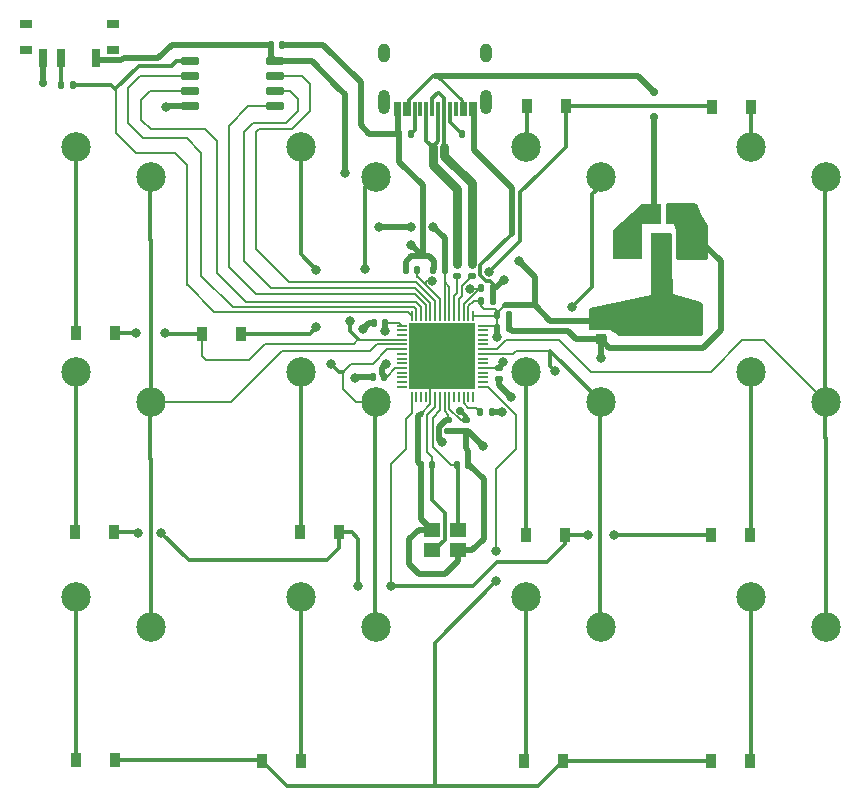
<source format=gbr>
%TF.GenerationSoftware,KiCad,Pcbnew,(6.0.10)*%
%TF.CreationDate,2023-01-10T16:59:13+01:00*%
%TF.ProjectId,rp2040_keyboard,72703230-3430-45f6-9b65-79626f617264,rev?*%
%TF.SameCoordinates,Original*%
%TF.FileFunction,Copper,L1,Top*%
%TF.FilePolarity,Positive*%
%FSLAX46Y46*%
G04 Gerber Fmt 4.6, Leading zero omitted, Abs format (unit mm)*
G04 Created by KiCad (PCBNEW (6.0.10)) date 2023-01-10 16:59:13*
%MOMM*%
%LPD*%
G01*
G04 APERTURE LIST*
G04 Aperture macros list*
%AMRoundRect*
0 Rectangle with rounded corners*
0 $1 Rounding radius*
0 $2 $3 $4 $5 $6 $7 $8 $9 X,Y pos of 4 corners*
0 Add a 4 corners polygon primitive as box body*
4,1,4,$2,$3,$4,$5,$6,$7,$8,$9,$2,$3,0*
0 Add four circle primitives for the rounded corners*
1,1,$1+$1,$2,$3*
1,1,$1+$1,$4,$5*
1,1,$1+$1,$6,$7*
1,1,$1+$1,$8,$9*
0 Add four rect primitives between the rounded corners*
20,1,$1+$1,$2,$3,$4,$5,0*
20,1,$1+$1,$4,$5,$6,$7,0*
20,1,$1+$1,$6,$7,$8,$9,0*
20,1,$1+$1,$8,$9,$2,$3,0*%
G04 Aperture macros list end*
%TA.AperFunction,ComponentPad*%
%ADD10C,2.500000*%
%TD*%
%TA.AperFunction,SMDPad,CuDef*%
%ADD11R,0.700000X1.500000*%
%TD*%
%TA.AperFunction,SMDPad,CuDef*%
%ADD12R,1.000000X0.800000*%
%TD*%
%TA.AperFunction,SMDPad,CuDef*%
%ADD13RoundRect,0.135000X0.185000X-0.135000X0.185000X0.135000X-0.185000X0.135000X-0.185000X-0.135000X0*%
%TD*%
%TA.AperFunction,SMDPad,CuDef*%
%ADD14R,0.900000X1.200000*%
%TD*%
%TA.AperFunction,SMDPad,CuDef*%
%ADD15RoundRect,0.140000X0.140000X0.170000X-0.140000X0.170000X-0.140000X-0.170000X0.140000X-0.170000X0*%
%TD*%
%TA.AperFunction,SMDPad,CuDef*%
%ADD16RoundRect,0.140000X0.170000X-0.140000X0.170000X0.140000X-0.170000X0.140000X-0.170000X-0.140000X0*%
%TD*%
%TA.AperFunction,SMDPad,CuDef*%
%ADD17RoundRect,0.225000X-0.225000X-0.250000X0.225000X-0.250000X0.225000X0.250000X-0.225000X0.250000X0*%
%TD*%
%TA.AperFunction,SMDPad,CuDef*%
%ADD18R,1.500000X2.000000*%
%TD*%
%TA.AperFunction,SMDPad,CuDef*%
%ADD19R,3.800000X2.000000*%
%TD*%
%TA.AperFunction,SMDPad,CuDef*%
%ADD20RoundRect,0.140000X-0.140000X-0.170000X0.140000X-0.170000X0.140000X0.170000X-0.140000X0.170000X0*%
%TD*%
%TA.AperFunction,SMDPad,CuDef*%
%ADD21RoundRect,0.135000X-0.135000X-0.185000X0.135000X-0.185000X0.135000X0.185000X-0.135000X0.185000X0*%
%TD*%
%TA.AperFunction,SMDPad,CuDef*%
%ADD22R,0.300000X1.150000*%
%TD*%
%TA.AperFunction,ComponentPad*%
%ADD23O,1.000000X2.100000*%
%TD*%
%TA.AperFunction,ComponentPad*%
%ADD24O,1.000000X1.600000*%
%TD*%
%TA.AperFunction,SMDPad,CuDef*%
%ADD25RoundRect,0.140000X-0.170000X0.140000X-0.170000X-0.140000X0.170000X-0.140000X0.170000X0.140000X0*%
%TD*%
%TA.AperFunction,SMDPad,CuDef*%
%ADD26RoundRect,0.135000X0.135000X0.185000X-0.135000X0.185000X-0.135000X-0.185000X0.135000X-0.185000X0*%
%TD*%
%TA.AperFunction,SMDPad,CuDef*%
%ADD27RoundRect,0.150000X-0.650000X-0.150000X0.650000X-0.150000X0.650000X0.150000X-0.650000X0.150000X0*%
%TD*%
%TA.AperFunction,SMDPad,CuDef*%
%ADD28RoundRect,0.225000X-0.250000X0.225000X-0.250000X-0.225000X0.250000X-0.225000X0.250000X0.225000X0*%
%TD*%
%TA.AperFunction,SMDPad,CuDef*%
%ADD29RoundRect,0.050000X-0.387500X-0.050000X0.387500X-0.050000X0.387500X0.050000X-0.387500X0.050000X0*%
%TD*%
%TA.AperFunction,SMDPad,CuDef*%
%ADD30RoundRect,0.050000X-0.050000X-0.387500X0.050000X-0.387500X0.050000X0.387500X-0.050000X0.387500X0*%
%TD*%
%TA.AperFunction,SMDPad,CuDef*%
%ADD31R,5.600000X5.600000*%
%TD*%
%TA.AperFunction,SMDPad,CuDef*%
%ADD32R,1.400000X1.200000*%
%TD*%
%TA.AperFunction,ViaPad*%
%ADD33C,0.700000*%
%TD*%
%TA.AperFunction,ViaPad*%
%ADD34C,0.800000*%
%TD*%
%TA.AperFunction,Conductor*%
%ADD35C,0.500000*%
%TD*%
%TA.AperFunction,Conductor*%
%ADD36C,0.300000*%
%TD*%
%TA.AperFunction,Conductor*%
%ADD37C,0.200000*%
%TD*%
%TA.AperFunction,Conductor*%
%ADD38C,0.250000*%
%TD*%
%TA.AperFunction,Conductor*%
%ADD39C,0.800000*%
%TD*%
G04 APERTURE END LIST*
D10*
%TO.P,SW1,1,1*%
%TO.N,/COL_0*%
X120396000Y-57150000D03*
%TO.P,SW1,2,2*%
%TO.N,Net-(D1-Pad2)*%
X114046000Y-54610000D03*
%TD*%
D11*
%TO.P,SW13,3,C*%
%TO.N,GND*%
X54138000Y-47091600D03*
%TO.P,SW13,2,B*%
%TO.N,/~{USB_BOOT}*%
X55638000Y-47091600D03*
%TO.P,SW13,1,A*%
%TO.N,+3V3*%
X58638000Y-47091600D03*
D12*
%TO.P,SW13,*%
%TO.N,*%
X52738000Y-44231600D03*
X60038000Y-46441600D03*
X52738000Y-46441600D03*
X60038000Y-44231600D03*
%TD*%
D13*
%TO.P,R1,1*%
%TO.N,Net-(R1-Pad1)*%
X89174000Y-65583000D03*
%TO.P,R1,2*%
%TO.N,/USB_D+*%
X89174000Y-64563000D03*
%TD*%
D14*
%TO.P,D2,2,A*%
%TO.N,Net-(D2-Pad2)*%
X95098600Y-51130200D03*
%TO.P,D2,1,K*%
%TO.N,/ROW_0*%
X98398600Y-51130200D03*
%TD*%
D15*
%TO.P,C12,1*%
%TO.N,/XIN*%
X87094000Y-81534000D03*
%TO.P,C12,2*%
%TO.N,GND*%
X86134000Y-81534000D03*
%TD*%
%TO.P,C1,1*%
%TO.N,+3V3*%
X88138000Y-65024000D03*
%TO.P,C1,2*%
%TO.N,GND*%
X87178000Y-65024000D03*
%TD*%
%TO.P,C5,1*%
%TO.N,+3V3*%
X83030000Y-74066400D03*
%TO.P,C5,2*%
%TO.N,GND*%
X82070000Y-74066400D03*
%TD*%
D16*
%TO.P,C8,1*%
%TO.N,GND*%
X89916000Y-78712000D03*
%TO.P,C8,2*%
%TO.N,+1V1*%
X89916000Y-77752000D03*
%TD*%
D17*
%TO.P,C14,1*%
%TO.N,VBUS*%
X105905000Y-60452000D03*
%TO.P,C14,2*%
%TO.N,GND*%
X107455000Y-60452000D03*
%TD*%
D18*
%TO.P,U2,1,GND*%
%TO.N,GND*%
X108726000Y-62890000D03*
%TO.P,U2,2,VO*%
%TO.N,+3V3*%
X106426000Y-62890000D03*
D19*
X106426000Y-69190000D03*
D18*
%TO.P,U2,3,VI*%
%TO.N,VBUS*%
X104126000Y-62890000D03*
%TD*%
D14*
%TO.P,D5,1,K*%
%TO.N,/ROW_1*%
X110719600Y-87503000D03*
%TO.P,D5,2,A*%
%TO.N,Net-(D5-Pad2)*%
X114019600Y-87503000D03*
%TD*%
%TO.P,D6,1,K*%
%TO.N,/ROW_1*%
X98297000Y-87503000D03*
%TO.P,D6,2,A*%
%TO.N,Net-(D6-Pad2)*%
X94997000Y-87503000D03*
%TD*%
%TO.P,D8,1,K*%
%TO.N,/ROW_1*%
X60171600Y-87223600D03*
%TO.P,D8,2,A*%
%TO.N,Net-(D8-Pad2)*%
X56871600Y-87223600D03*
%TD*%
D13*
%TO.P,R2,1*%
%TO.N,Net-(R2-Pad1)*%
X90424000Y-65583000D03*
%TO.P,R2,2*%
%TO.N,/USB_D-*%
X90424000Y-64563000D03*
%TD*%
D20*
%TO.P,C10,1*%
%TO.N,+1V1*%
X91242000Y-66576000D03*
%TO.P,C10,2*%
%TO.N,GND*%
X92202000Y-66576000D03*
%TD*%
D14*
%TO.P,D1,1,K*%
%TO.N,/ROW_0*%
X110795800Y-51231800D03*
%TO.P,D1,2,A*%
%TO.N,Net-(D1-Pad2)*%
X114095800Y-51231800D03*
%TD*%
D21*
%TO.P,R7,2*%
%TO.N,/QSPI_SS*%
X56669400Y-49403000D03*
%TO.P,R7,1*%
%TO.N,/~{USB_BOOT}*%
X55649400Y-49403000D03*
%TD*%
%TO.P,R4,2*%
%TO.N,GND*%
X90629200Y-53492400D03*
%TO.P,R4,1*%
%TO.N,Net-(J1-PadA5)*%
X89609200Y-53492400D03*
%TD*%
D22*
%TO.P,J1,A1,GND*%
%TO.N,GND*%
X90700000Y-51396600D03*
%TO.P,J1,A4,VBUS*%
%TO.N,VBUS*%
X89900000Y-51396600D03*
%TO.P,J1,A5,CC1*%
%TO.N,Net-(J1-PadA5)*%
X88600000Y-51396600D03*
%TO.P,J1,A6,D+*%
%TO.N,/USB_D+*%
X87600000Y-51396600D03*
%TO.P,J1,A7,D-*%
%TO.N,/USB_D-*%
X87100000Y-51396600D03*
%TO.P,J1,A8,SBU1*%
%TO.N,unconnected-(J1-PadA8)*%
X86100000Y-51396600D03*
%TO.P,J1,A9,VBUS*%
%TO.N,VBUS*%
X84800000Y-51396600D03*
%TO.P,J1,A12,GND*%
%TO.N,GND*%
X84000000Y-51396600D03*
%TO.P,J1,B1,GND*%
X84300000Y-51396600D03*
%TO.P,J1,B4,VBUS*%
%TO.N,VBUS*%
X85100000Y-51396600D03*
%TO.P,J1,B5,CC2*%
%TO.N,Net-(J1-PadB5)*%
X85600000Y-51396600D03*
%TO.P,J1,B6,D+*%
%TO.N,/USB_D+*%
X86600000Y-51396600D03*
%TO.P,J1,B7,D-*%
%TO.N,/USB_D-*%
X88100000Y-51396600D03*
%TO.P,J1,B8,SBU2*%
%TO.N,unconnected-(J1-PadB8)*%
X89100000Y-51396600D03*
%TO.P,J1,B9,VBUS*%
%TO.N,VBUS*%
X89600000Y-51396600D03*
%TO.P,J1,B12,GND*%
%TO.N,GND*%
X90400000Y-51396600D03*
D23*
%TO.P,J1,S1,SHIELD*%
%TO.N,unconnected-(J1-PadS1)*%
X91670000Y-50831600D03*
D24*
X83030000Y-46651600D03*
D23*
X83030000Y-50831600D03*
D24*
X91670000Y-46651600D03*
%TD*%
D25*
%TO.P,C4,1*%
%TO.N,+3V3*%
X92710000Y-73332400D03*
%TO.P,C4,2*%
%TO.N,GND*%
X92710000Y-74292400D03*
%TD*%
D20*
%TO.P,C16,1*%
%TO.N,+3V3*%
X73434000Y-45974000D03*
%TO.P,C16,2*%
%TO.N,GND*%
X74394000Y-45974000D03*
%TD*%
%TO.P,C11,2*%
%TO.N,GND*%
X92202000Y-67668200D03*
%TO.P,C11,1*%
%TO.N,+3V3*%
X91242000Y-67668200D03*
%TD*%
%TO.P,C3,1*%
%TO.N,+3V3*%
X92611000Y-69951600D03*
%TO.P,C3,2*%
%TO.N,GND*%
X93571000Y-69951600D03*
%TD*%
D14*
%TO.P,D10,1,K*%
%TO.N,/ROW_2*%
X98195400Y-106603800D03*
%TO.P,D10,2,A*%
%TO.N,Net-(D10-Pad2)*%
X94895400Y-106603800D03*
%TD*%
D25*
%TO.P,C2,2*%
%TO.N,GND*%
X88468200Y-78712000D03*
%TO.P,C2,1*%
%TO.N,+3V3*%
X88468200Y-77752000D03*
%TD*%
D26*
%TO.P,R5,2*%
%TO.N,GND*%
X84275200Y-53492400D03*
%TO.P,R5,1*%
%TO.N,Net-(J1-PadB5)*%
X85295200Y-53492400D03*
%TD*%
D14*
%TO.P,D12,1,K*%
%TO.N,/ROW_2*%
X60197000Y-106527600D03*
%TO.P,D12,2,A*%
%TO.N,Net-(D12-Pad2)*%
X56897000Y-106527600D03*
%TD*%
D27*
%TO.P,U3,1,~{CS}*%
%TO.N,/QSPI_SS*%
X66600000Y-47395000D03*
%TO.P,U3,2,DO(IO1)*%
%TO.N,/QSPI_SD1*%
X66600000Y-48665000D03*
%TO.P,U3,3,IO2*%
%TO.N,/QSPI_SD2*%
X66600000Y-49935000D03*
%TO.P,U3,4,GND*%
%TO.N,GND*%
X66600000Y-51205000D03*
%TO.P,U3,5,DI(IO0)*%
%TO.N,/QSPI_SD0*%
X73800000Y-51205000D03*
%TO.P,U3,6,CLK*%
%TO.N,/QSPI_SCLK*%
X73800000Y-49935000D03*
%TO.P,U3,7,IO3*%
%TO.N,/QSPI_SD3*%
X73800000Y-48665000D03*
%TO.P,U3,8,VCC*%
%TO.N,+3V3*%
X73800000Y-47395000D03*
%TD*%
D20*
%TO.P,C13,1*%
%TO.N,/XOUT*%
X89182000Y-81534000D03*
%TO.P,C13,2*%
%TO.N,GND*%
X90142000Y-81534000D03*
%TD*%
D14*
%TO.P,D4,1,K*%
%TO.N,/ROW_0*%
X60222400Y-70383400D03*
%TO.P,D4,2,A*%
%TO.N,Net-(D4-Pad2)*%
X56922400Y-70383400D03*
%TD*%
D28*
%TO.P,C15,1*%
%TO.N,+3V3*%
X101346000Y-69329000D03*
%TO.P,C15,2*%
%TO.N,GND*%
X101346000Y-70879000D03*
%TD*%
D29*
%TO.P,U1,1,IOVDD*%
%TO.N,+3V3*%
X84512500Y-69748000D03*
%TO.P,U1,2,GPIO0*%
%TO.N,unconnected-(U1-Pad2)*%
X84512500Y-70148000D03*
%TO.P,U1,3,GPIO1*%
%TO.N,unconnected-(U1-Pad3)*%
X84512500Y-70548000D03*
%TO.P,U1,4,GPIO2*%
%TO.N,/ROW_0*%
X84512500Y-70948000D03*
%TO.P,U1,5,GPIO3*%
%TO.N,/COL_3*%
X84512500Y-71348000D03*
%TO.P,U1,6,GPIO4*%
%TO.N,/COL_2*%
X84512500Y-71748000D03*
%TO.P,U1,7,GPIO5*%
%TO.N,unconnected-(U1-Pad7)*%
X84512500Y-72148000D03*
%TO.P,U1,8,GPIO6*%
%TO.N,unconnected-(U1-Pad8)*%
X84512500Y-72548000D03*
%TO.P,U1,9,GPIO7*%
%TO.N,unconnected-(U1-Pad9)*%
X84512500Y-72948000D03*
%TO.P,U1,10,IOVDD*%
%TO.N,+3V3*%
X84512500Y-73348000D03*
%TO.P,U1,11,GPIO8*%
%TO.N,unconnected-(U1-Pad11)*%
X84512500Y-73748000D03*
%TO.P,U1,12,GPIO9*%
%TO.N,unconnected-(U1-Pad12)*%
X84512500Y-74148000D03*
%TO.P,U1,13,GPIO10*%
%TO.N,unconnected-(U1-Pad13)*%
X84512500Y-74548000D03*
%TO.P,U1,14,GPIO11*%
%TO.N,unconnected-(U1-Pad14)*%
X84512500Y-74948000D03*
D30*
%TO.P,U1,15,GPIO12*%
%TO.N,/ROW_1*%
X85350000Y-75785500D03*
%TO.P,U1,16,GPIO13*%
%TO.N,unconnected-(U1-Pad16)*%
X85750000Y-75785500D03*
%TO.P,U1,17,GPIO14*%
%TO.N,unconnected-(U1-Pad17)*%
X86150000Y-75785500D03*
%TO.P,U1,18,GPIO15*%
%TO.N,unconnected-(U1-Pad18)*%
X86550000Y-75785500D03*
%TO.P,U1,19,TESTEN*%
%TO.N,GND*%
X86950000Y-75785500D03*
%TO.P,U1,20,XIN*%
%TO.N,/XIN*%
X87350000Y-75785500D03*
%TO.P,U1,21,XOUT*%
%TO.N,/XOUT*%
X87750000Y-75785500D03*
%TO.P,U1,22,IOVDD*%
%TO.N,+3V3*%
X88150000Y-75785500D03*
%TO.P,U1,23,DVDD*%
%TO.N,+1V1*%
X88550000Y-75785500D03*
%TO.P,U1,24,SWCLK*%
%TO.N,unconnected-(U1-Pad24)*%
X88950000Y-75785500D03*
%TO.P,U1,25,SWD*%
%TO.N,unconnected-(U1-Pad25)*%
X89350000Y-75785500D03*
%TO.P,U1,26,RUN*%
%TO.N,Net-(R3-Pad2)*%
X89750000Y-75785500D03*
%TO.P,U1,27,GPIO16*%
%TO.N,unconnected-(U1-Pad27)*%
X90150000Y-75785500D03*
%TO.P,U1,28,GPIO17*%
%TO.N,unconnected-(U1-Pad28)*%
X90550000Y-75785500D03*
D29*
%TO.P,U1,29,GPIO18*%
%TO.N,/ROW_2*%
X91387500Y-74948000D03*
%TO.P,U1,30,GPIO19*%
%TO.N,unconnected-(U1-Pad30)*%
X91387500Y-74548000D03*
%TO.P,U1,31,GPIO20*%
%TO.N,unconnected-(U1-Pad31)*%
X91387500Y-74148000D03*
%TO.P,U1,32,GPIO21*%
%TO.N,unconnected-(U1-Pad32)*%
X91387500Y-73748000D03*
%TO.P,U1,33,IOVDD*%
%TO.N,+3V3*%
X91387500Y-73348000D03*
%TO.P,U1,34,GPIO22*%
%TO.N,unconnected-(U1-Pad34)*%
X91387500Y-72948000D03*
%TO.P,U1,35,GPIO23*%
%TO.N,unconnected-(U1-Pad35)*%
X91387500Y-72548000D03*
%TO.P,U1,36,GPIO24*%
%TO.N,/COL_1*%
X91387500Y-72148000D03*
%TO.P,U1,37,GPIO25*%
%TO.N,/COL_0*%
X91387500Y-71748000D03*
%TO.P,U1,38,GPIO26_ADC0*%
%TO.N,unconnected-(U1-Pad38)*%
X91387500Y-71348000D03*
%TO.P,U1,39,GPIO27_ADC1*%
%TO.N,unconnected-(U1-Pad39)*%
X91387500Y-70948000D03*
%TO.P,U1,40,GPIO28_ADC2*%
%TO.N,unconnected-(U1-Pad40)*%
X91387500Y-70548000D03*
%TO.P,U1,41,GPIO29_ADC3*%
%TO.N,unconnected-(U1-Pad41)*%
X91387500Y-70148000D03*
%TO.P,U1,42,IOVDD*%
%TO.N,+3V3*%
X91387500Y-69748000D03*
D30*
%TO.P,U1,43,ADC_AVDD*%
X90550000Y-68910500D03*
%TO.P,U1,44,VREG_IN*%
X90150000Y-68910500D03*
%TO.P,U1,45,VREG_VOUT*%
%TO.N,+1V1*%
X89750000Y-68910500D03*
%TO.P,U1,46,USB_DM*%
%TO.N,Net-(R2-Pad1)*%
X89350000Y-68910500D03*
%TO.P,U1,47,USB_DP*%
%TO.N,Net-(R1-Pad1)*%
X88950000Y-68910500D03*
%TO.P,U1,48,USB_VDD*%
%TO.N,+3V3*%
X88550000Y-68910500D03*
%TO.P,U1,49,IOVDD*%
X88150000Y-68910500D03*
%TO.P,U1,50,DVDD*%
%TO.N,+1V1*%
X87750000Y-68910500D03*
%TO.P,U1,51,QSPI_SD3*%
%TO.N,/QSPI_SD3*%
X87350000Y-68910500D03*
%TO.P,U1,52,QSPI_SCLK*%
%TO.N,/QSPI_SCLK*%
X86950000Y-68910500D03*
%TO.P,U1,53,QSPI_SD0*%
%TO.N,/QSPI_SD0*%
X86550000Y-68910500D03*
%TO.P,U1,54,QSPI_SD2*%
%TO.N,/QSPI_SD2*%
X86150000Y-68910500D03*
%TO.P,U1,55,QSPI_SD1*%
%TO.N,/QSPI_SD1*%
X85750000Y-68910500D03*
%TO.P,U1,56,QSPI_SS*%
%TO.N,/QSPI_SS*%
X85350000Y-68910500D03*
D31*
%TO.P,U1,57,GND*%
%TO.N,GND*%
X87950000Y-72348000D03*
%TD*%
D15*
%TO.P,C9,1*%
%TO.N,+1V1*%
X85824000Y-65024000D03*
%TO.P,C9,2*%
%TO.N,GND*%
X84864000Y-65024000D03*
%TD*%
D26*
%TO.P,R3,1*%
%TO.N,+3V3*%
X92176600Y-77089000D03*
%TO.P,R3,2*%
%TO.N,Net-(R3-Pad2)*%
X91156600Y-77089000D03*
%TD*%
D20*
%TO.P,C7,1*%
%TO.N,+3V3*%
X92611000Y-68884800D03*
%TO.P,C7,2*%
%TO.N,GND*%
X93571000Y-68884800D03*
%TD*%
D14*
%TO.P,D9,1,K*%
%TO.N,/ROW_2*%
X110719600Y-106603800D03*
%TO.P,D9,2,A*%
%TO.N,Net-(D9-Pad2)*%
X114019600Y-106603800D03*
%TD*%
%TO.P,D11,1,K*%
%TO.N,/ROW_2*%
X72670400Y-106603800D03*
%TO.P,D11,2,A*%
%TO.N,Net-(D11-Pad2)*%
X75970400Y-106603800D03*
%TD*%
D15*
%TO.P,C6,1*%
%TO.N,+3V3*%
X83131600Y-69494400D03*
%TO.P,C6,2*%
%TO.N,GND*%
X82171600Y-69494400D03*
%TD*%
D14*
%TO.P,D3,1,K*%
%TO.N,/ROW_0*%
X67641200Y-70434200D03*
%TO.P,D3,2,A*%
%TO.N,Net-(D3-Pad2)*%
X70941200Y-70434200D03*
%TD*%
%TO.P,D7,1,K*%
%TO.N,/ROW_1*%
X79196200Y-87249000D03*
%TO.P,D7,2,A*%
%TO.N,Net-(D7-Pad2)*%
X75896200Y-87249000D03*
%TD*%
D32*
%TO.P,Y1,1,1*%
%TO.N,/XIN*%
X87038000Y-88734000D03*
%TO.P,Y1,2,2*%
%TO.N,GND*%
X89238000Y-88734000D03*
%TO.P,Y1,3,3*%
%TO.N,/XOUT*%
X89238000Y-87034000D03*
%TO.P,Y1,4,4*%
%TO.N,GND*%
X87038000Y-87034000D03*
%TD*%
D10*
%TO.P,SW7,1,1*%
%TO.N,/COL_2*%
X82296000Y-76200000D03*
%TO.P,SW7,2,2*%
%TO.N,Net-(D7-Pad2)*%
X75946000Y-73660000D03*
%TD*%
%TO.P,SW5,1,1*%
%TO.N,/COL_0*%
X120396000Y-76200000D03*
%TO.P,SW5,2,2*%
%TO.N,Net-(D5-Pad2)*%
X114046000Y-73660000D03*
%TD*%
%TO.P,SW2,1,1*%
%TO.N,/COL_1*%
X101346000Y-57150000D03*
%TO.P,SW2,2,2*%
%TO.N,Net-(D2-Pad2)*%
X94996000Y-54610000D03*
%TD*%
%TO.P,SW6,1,1*%
%TO.N,/COL_1*%
X101346000Y-76200000D03*
%TO.P,SW6,2,2*%
%TO.N,Net-(D6-Pad2)*%
X94996000Y-73660000D03*
%TD*%
%TO.P,SW10,1,1*%
%TO.N,/COL_1*%
X101346000Y-95250000D03*
%TO.P,SW10,2,2*%
%TO.N,Net-(D10-Pad2)*%
X94996000Y-92710000D03*
%TD*%
%TO.P,SW8,1,1*%
%TO.N,/COL_3*%
X63246000Y-76200000D03*
%TO.P,SW8,2,2*%
%TO.N,Net-(D8-Pad2)*%
X56896000Y-73660000D03*
%TD*%
%TO.P,SW11,1,1*%
%TO.N,/COL_2*%
X82296000Y-95250000D03*
%TO.P,SW11,2,2*%
%TO.N,Net-(D11-Pad2)*%
X75946000Y-92710000D03*
%TD*%
%TO.P,SW9,1,1*%
%TO.N,/COL_0*%
X120396000Y-95250000D03*
%TO.P,SW9,2,2*%
%TO.N,Net-(D9-Pad2)*%
X114046000Y-92710000D03*
%TD*%
%TO.P,SW12,1,1*%
%TO.N,/COL_3*%
X63246000Y-95250000D03*
%TO.P,SW12,2,2*%
%TO.N,Net-(D12-Pad2)*%
X56896000Y-92710000D03*
%TD*%
%TO.P,SW4,2,2*%
%TO.N,Net-(D4-Pad2)*%
X56896000Y-54610000D03*
%TO.P,SW4,1,1*%
%TO.N,/COL_3*%
X63246000Y-57150000D03*
%TD*%
%TO.P,SW3,1,1*%
%TO.N,/COL_2*%
X82296000Y-57150000D03*
%TO.P,SW3,2,2*%
%TO.N,Net-(D3-Pad2)*%
X75946000Y-54610000D03*
%TD*%
D33*
%TO.N,GND*%
X109880400Y-61366400D03*
%TO.N,VBUS*%
X105892600Y-52070000D03*
X105892600Y-49936400D03*
%TO.N,GND*%
X108850000Y-61000000D03*
X108850000Y-60000000D03*
X54152800Y-49174400D03*
D34*
%TO.N,+3V3*%
X85318600Y-61366400D03*
X82550000Y-61366400D03*
X83159600Y-72974200D03*
X92990756Y-77089000D03*
X83108800Y-70248500D03*
X79679800Y-56870600D03*
X93116400Y-72847500D03*
X87172800Y-61366400D03*
X94462600Y-64312800D03*
X87909400Y-79629000D03*
X92596378Y-70726978D03*
%TO.N,GND*%
X93751400Y-75793600D03*
X81203800Y-70002400D03*
X101371400Y-72466200D03*
X64566800Y-51231800D03*
X91363800Y-79959200D03*
X80518000Y-74168000D03*
X85318600Y-62915800D03*
X93141800Y-65887600D03*
%TO.N,+1V1*%
X87045800Y-65989200D03*
X90324678Y-66671566D03*
D33*
X89456625Y-76963957D03*
D34*
%TO.N,/ROW_0*%
X80173700Y-69346129D03*
X62052200Y-70383400D03*
X91922600Y-65201800D03*
X64465200Y-70383400D03*
%TO.N,Net-(D3-Pad2)*%
X77292200Y-65074800D03*
X77292200Y-69875400D03*
%TO.N,/ROW_1*%
X83591400Y-91770200D03*
X62217300Y-87287100D03*
X100253800Y-87503000D03*
X80797400Y-91770200D03*
X64160400Y-87299800D03*
X102489000Y-87503000D03*
%TO.N,/ROW_2*%
X92506800Y-88874600D03*
X92506800Y-91389200D03*
%TO.N,/COL_1*%
X97485200Y-73634600D03*
X98907600Y-68173600D03*
%TO.N,/COL_2*%
X78486000Y-72974200D03*
X81432400Y-64947800D03*
%TD*%
D35*
%TO.N,VBUS*%
X105892600Y-60439600D02*
X105905000Y-60452000D01*
X104546400Y-48590200D02*
X105892600Y-49936400D01*
X105892600Y-52070000D02*
X105892600Y-60439600D01*
X87350600Y-48590200D02*
X104546400Y-48590200D01*
D36*
%TO.N,GND*%
X92202000Y-66205800D02*
X92202000Y-66576000D01*
X91948000Y-65951800D02*
X92202000Y-66205800D01*
X91172600Y-65512461D02*
X91611939Y-65951800D01*
X91611939Y-65951800D02*
X91948000Y-65951800D01*
X93853000Y-61976000D02*
X91172600Y-64656400D01*
X91172600Y-64656400D02*
X91172600Y-65512461D01*
D35*
X92202000Y-67668200D02*
X92202000Y-66576000D01*
X92453400Y-66576000D02*
X93141800Y-65887600D01*
X92202000Y-66576000D02*
X92453400Y-66576000D01*
D37*
%TO.N,/COL_1*%
X93942600Y-72148000D02*
X91387500Y-72148000D01*
X94208600Y-71882000D02*
X93942600Y-72148000D01*
X97028000Y-71882000D02*
X94208600Y-71882000D01*
D36*
X97028000Y-73177400D02*
X97485200Y-73634600D01*
X97028000Y-71882000D02*
X97028000Y-73177400D01*
X97104200Y-71882000D02*
X101346000Y-76123800D01*
X97028000Y-71882000D02*
X97104200Y-71882000D01*
D37*
X101346000Y-76123800D02*
X101346000Y-76200000D01*
D35*
%TO.N,GND*%
X66600000Y-51205000D02*
X64593600Y-51205000D01*
X64593600Y-51205000D02*
X64566800Y-51231800D01*
X85877400Y-77444600D02*
X86106000Y-77216000D01*
X85877400Y-81277400D02*
X85877400Y-77444600D01*
X86134000Y-81534000D02*
X85877400Y-81277400D01*
X80619600Y-74066400D02*
X80518000Y-74168000D01*
X82070000Y-74066400D02*
X80619600Y-74066400D01*
%TO.N,+3V3*%
X82829400Y-73865800D02*
X83030000Y-74066400D01*
X82829400Y-73304400D02*
X82829400Y-73865800D01*
X83159600Y-72974200D02*
X82829400Y-73304400D01*
X83131600Y-70225700D02*
X83108800Y-70248500D01*
X83131600Y-69494400D02*
X83131600Y-70225700D01*
D37*
X84258900Y-69494400D02*
X83131600Y-69494400D01*
X84512500Y-69748000D02*
X84258900Y-69494400D01*
D35*
%TO.N,GND*%
X82171600Y-69494400D02*
X81711800Y-69494400D01*
X81711800Y-69494400D02*
X81203800Y-70002400D01*
X93571000Y-68884800D02*
X93571000Y-69951600D01*
X92710000Y-74752200D02*
X93751400Y-75793600D01*
X92710000Y-74292400D02*
X92710000Y-74752200D01*
D36*
%TO.N,+1V1*%
X89916000Y-77423332D02*
X89916000Y-77752000D01*
X89456625Y-76963957D02*
X89916000Y-77423332D01*
D37*
X88550000Y-76789800D02*
X89512200Y-77752000D01*
X89512200Y-77752000D02*
X89916000Y-77752000D01*
X88550000Y-75785500D02*
X88550000Y-76789800D01*
D35*
%TO.N,+3V3*%
X87708200Y-79427800D02*
X87909400Y-79629000D01*
X88283814Y-77752000D02*
X87708200Y-78327614D01*
X87708200Y-78327614D02*
X87708200Y-79427800D01*
X88468200Y-77752000D02*
X88283814Y-77752000D01*
D37*
X88150000Y-76974000D02*
X88150000Y-75785500D01*
X88468200Y-77292200D02*
X88150000Y-76974000D01*
X88468200Y-77752000D02*
X88468200Y-77292200D01*
D35*
%TO.N,GND*%
X90116600Y-78712000D02*
X91363800Y-79959200D01*
X89916000Y-78712000D02*
X90116600Y-78712000D01*
X90142000Y-80363000D02*
X90142000Y-81534000D01*
X89916000Y-80137000D02*
X90142000Y-80363000D01*
X89916000Y-78712000D02*
X89916000Y-80137000D01*
X88646000Y-78712000D02*
X89916000Y-78712000D01*
X91440000Y-82727800D02*
X90246200Y-81534000D01*
X91440000Y-87782400D02*
X91440000Y-82727800D01*
X90246200Y-81534000D02*
X90142000Y-81534000D01*
X90488400Y-88734000D02*
X91440000Y-87782400D01*
X89238000Y-88734000D02*
X90488400Y-88734000D01*
X89238000Y-89679600D02*
X89238000Y-88734000D01*
X85953600Y-90754200D02*
X88163400Y-90754200D01*
X85140800Y-89941400D02*
X85953600Y-90754200D01*
X85140800Y-87858600D02*
X85140800Y-89941400D01*
X85965400Y-87034000D02*
X85140800Y-87858600D01*
X87038000Y-87034000D02*
X85965400Y-87034000D01*
X88163400Y-90754200D02*
X89238000Y-89679600D01*
X86134000Y-86130000D02*
X87038000Y-87034000D01*
X86134000Y-81534000D02*
X86134000Y-86130000D01*
X93853000Y-58140600D02*
X93853000Y-58572400D01*
X90629200Y-54916800D02*
X93853000Y-58140600D01*
X90629200Y-53492400D02*
X90629200Y-54916800D01*
X90629200Y-53492400D02*
X90629200Y-51467400D01*
X86283800Y-57886600D02*
X86283800Y-63881000D01*
X84275200Y-55878000D02*
X86283800Y-57886600D01*
X84275200Y-53492400D02*
X84275200Y-55878000D01*
X84275200Y-53492400D02*
X84200000Y-53417200D01*
X84200000Y-53417200D02*
X84200000Y-51396600D01*
X81762600Y-53492400D02*
X84275200Y-53492400D01*
X81026000Y-52755800D02*
X81762600Y-53492400D01*
X81026000Y-49123600D02*
X81026000Y-52755800D01*
X77876400Y-45974000D02*
X81026000Y-49123600D01*
X74394000Y-45974000D02*
X77876400Y-45974000D01*
D36*
%TO.N,/~{USB_BOOT}*%
X55638000Y-49391600D02*
X55649400Y-49403000D01*
X55638000Y-47091600D02*
X55638000Y-49391600D01*
%TO.N,/QSPI_SS*%
X56694800Y-49377600D02*
X56669400Y-49403000D01*
X59918600Y-49377600D02*
X56694800Y-49377600D01*
X60274200Y-49733200D02*
X59918600Y-49377600D01*
X65381000Y-47395000D02*
X66600000Y-47395000D01*
X65024000Y-47752000D02*
X65381000Y-47395000D01*
X62255400Y-47752000D02*
X65024000Y-47752000D01*
X60274200Y-49733200D02*
X62255400Y-47752000D01*
D37*
X65278000Y-55118000D02*
X66294000Y-56134000D01*
X61976000Y-55118000D02*
X65278000Y-55118000D01*
X60299600Y-53441600D02*
X61976000Y-55118000D01*
X60299600Y-49758600D02*
X60299600Y-53441600D01*
X66294000Y-56134000D02*
X66294000Y-66294000D01*
X60274200Y-49733200D02*
X60299600Y-49758600D01*
D35*
%TO.N,+3V3*%
X65024000Y-45974000D02*
X73434000Y-45974000D01*
X63906400Y-47091600D02*
X65024000Y-45974000D01*
X60988000Y-47091600D02*
X63906400Y-47091600D01*
X60788000Y-47291600D02*
X60988000Y-47091600D01*
X58838000Y-47291600D02*
X60788000Y-47291600D01*
X58638000Y-47091600D02*
X58838000Y-47291600D01*
%TO.N,GND*%
X54138000Y-49159600D02*
X54138000Y-47091600D01*
X54152800Y-49174400D02*
X54138000Y-49159600D01*
D36*
X84275200Y-51421400D02*
X84300000Y-51396600D01*
%TO.N,Net-(J1-PadB5)*%
X85600000Y-53187600D02*
X85295200Y-53492400D01*
X85600000Y-51396600D02*
X85600000Y-53187600D01*
%TO.N,/USB_D-*%
X88100000Y-51396600D02*
X88100000Y-54572000D01*
X88100000Y-50471600D02*
X88100000Y-51396600D01*
X87666400Y-50038000D02*
X88100000Y-50471600D01*
X87100000Y-50517200D02*
X87579200Y-50038000D01*
X87100000Y-51396600D02*
X87100000Y-50517200D01*
X87579200Y-50038000D02*
X87666400Y-50038000D01*
%TO.N,/USB_D+*%
X87600000Y-54132000D02*
X87600000Y-51396600D01*
X87122000Y-54610000D02*
X87600000Y-54132000D01*
X87122000Y-54610000D02*
X86600000Y-54088000D01*
X86600000Y-54088000D02*
X86600000Y-51396600D01*
%TO.N,GND*%
X90700000Y-51396600D02*
X90629200Y-51467400D01*
D35*
X93853000Y-58572400D02*
X93853000Y-61976000D01*
D38*
X90400000Y-51396600D02*
X90700000Y-51396600D01*
D36*
%TO.N,Net-(J1-PadA5)*%
X88600000Y-52483200D02*
X88600000Y-51396600D01*
X89609200Y-53492400D02*
X88600000Y-52483200D01*
%TO.N,VBUS*%
X87182800Y-48590200D02*
X87350600Y-48590200D01*
X85100000Y-50673000D02*
X87182800Y-48590200D01*
D38*
X87503000Y-48590200D02*
X87350600Y-48590200D01*
X89600000Y-50687200D02*
X87503000Y-48590200D01*
X89600000Y-51396600D02*
X89600000Y-50687200D01*
X89600000Y-51396600D02*
X89900000Y-51396600D01*
D36*
X85100000Y-50673000D02*
X85100000Y-51396600D01*
X84800000Y-51396600D02*
X85100000Y-51396600D01*
D38*
%TO.N,GND*%
X84300000Y-51396600D02*
X84000000Y-51396600D01*
D35*
%TO.N,+3V3*%
X73434000Y-47029000D02*
X73800000Y-47395000D01*
X73434000Y-45974000D02*
X73434000Y-47029000D01*
D36*
%TO.N,/ROW_2*%
X87299800Y-108737400D02*
X96062800Y-108737400D01*
X96062800Y-108737400D02*
X98195400Y-106604800D01*
X87299800Y-108737400D02*
X87299800Y-96596200D01*
X74803000Y-108737400D02*
X87299800Y-108737400D01*
X72670400Y-106604800D02*
X74803000Y-108737400D01*
D37*
%TO.N,+3V3*%
X92611000Y-68884800D02*
X92611000Y-68557200D01*
D35*
X97065800Y-69329000D02*
X95783400Y-68046600D01*
X92596378Y-69966222D02*
X92611000Y-69951600D01*
D37*
X88550000Y-68910500D02*
X88550000Y-66452000D01*
D35*
X88138000Y-62331600D02*
X88138000Y-65024000D01*
X106426000Y-69190000D02*
X101485000Y-69190000D01*
D37*
X91387500Y-69748000D02*
X92407400Y-69748000D01*
X92694400Y-73348000D02*
X92710000Y-73332400D01*
D35*
X79679800Y-50139600D02*
X79679800Y-56870600D01*
D37*
X92430600Y-68376800D02*
X91490800Y-68376800D01*
X88150000Y-65036000D02*
X88138000Y-65024000D01*
X92611000Y-68653600D02*
X93218000Y-68046600D01*
D35*
X87172800Y-61366400D02*
X88138000Y-62331600D01*
D37*
X90150000Y-68910500D02*
X90150000Y-68117400D01*
X88150000Y-66052000D02*
X88150000Y-65036000D01*
X90550000Y-68910500D02*
X92585300Y-68910500D01*
D35*
X82550000Y-61366400D02*
X85318600Y-61366400D01*
D37*
X92611000Y-68884800D02*
X92611000Y-69951600D01*
X92407400Y-69748000D02*
X92611000Y-69951600D01*
X83261200Y-74066400D02*
X83030000Y-74066400D01*
D35*
X101346000Y-69329000D02*
X97065800Y-69329000D01*
D37*
X90599200Y-67668200D02*
X91242000Y-67668200D01*
D35*
X79222600Y-49682400D02*
X79679800Y-50139600D01*
D37*
X88550000Y-66452000D02*
X88150000Y-66052000D01*
D35*
X94462600Y-64312800D02*
X95783400Y-65633600D01*
X92596378Y-70726978D02*
X92596378Y-69966222D01*
D37*
X92585300Y-68910500D02*
X92611000Y-68884800D01*
D35*
X93116400Y-72847500D02*
X93116400Y-72926000D01*
D37*
X91490800Y-68376800D02*
X91242000Y-68128000D01*
D35*
X73800000Y-47395000D02*
X76935200Y-47395000D01*
X95783400Y-68046600D02*
X93218000Y-68046600D01*
X76935200Y-47395000D02*
X79222600Y-49682400D01*
D37*
X91242000Y-68128000D02*
X91242000Y-67668200D01*
X90150000Y-68117400D02*
X90599200Y-67668200D01*
X88150000Y-68910500D02*
X88150000Y-66052000D01*
D35*
X106426000Y-62890000D02*
X106426000Y-69190000D01*
X101485000Y-69190000D02*
X101346000Y-69329000D01*
D37*
X83030000Y-73103800D02*
X83159600Y-72974200D01*
X83979600Y-73348000D02*
X83261200Y-74066400D01*
X92611000Y-68884800D02*
X92611000Y-68653600D01*
D35*
X95783400Y-65633600D02*
X95783400Y-68046600D01*
X92990756Y-77089000D02*
X92176600Y-77089000D01*
D37*
X91387500Y-73348000D02*
X92694400Y-73348000D01*
X84512500Y-73348000D02*
X83979600Y-73348000D01*
D35*
X93116400Y-72926000D02*
X92710000Y-73332400D01*
D37*
X92611000Y-68557200D02*
X92430600Y-68376800D01*
D35*
%TO.N,GND*%
X85318600Y-63881000D02*
X86283800Y-63881000D01*
D37*
X86950000Y-75785500D02*
X86950000Y-73348000D01*
D35*
X101346000Y-70879000D02*
X101346000Y-72440800D01*
X87249000Y-64312800D02*
X87249000Y-64953000D01*
X110134000Y-62890000D02*
X108726000Y-62890000D01*
X86283800Y-63881000D02*
X86817200Y-63881000D01*
X93850400Y-70231000D02*
X93571000Y-69951600D01*
X84864000Y-65024000D02*
X84864000Y-64335600D01*
X99276200Y-70879000D02*
X98628200Y-70231000D01*
D37*
X86106000Y-81506000D02*
X86134000Y-81534000D01*
D35*
X101346000Y-70879000D02*
X102095000Y-71628000D01*
X86817200Y-63881000D02*
X87249000Y-64312800D01*
X86283800Y-63881000D02*
X85318600Y-62915800D01*
D37*
X86950000Y-75785500D02*
X86950000Y-76372000D01*
X86950000Y-73348000D02*
X87950000Y-72348000D01*
D35*
X101346000Y-70879000D02*
X99276200Y-70879000D01*
X84864000Y-64335600D02*
X85318600Y-63881000D01*
X109982000Y-71628000D02*
X111506000Y-70104000D01*
X101346000Y-72440800D02*
X101371400Y-72466200D01*
X111506000Y-70104000D02*
X111506000Y-64262000D01*
X87249000Y-64953000D02*
X87178000Y-65024000D01*
X98628200Y-70231000D02*
X93850400Y-70231000D01*
D37*
X86950000Y-76372000D02*
X86106000Y-77216000D01*
D35*
X102095000Y-71628000D02*
X109982000Y-71628000D01*
X111506000Y-64262000D02*
X110134000Y-62890000D01*
D37*
%TO.N,+1V1*%
X87750000Y-68910500D02*
X87750000Y-67510942D01*
X90324678Y-66671566D02*
X91146434Y-66671566D01*
X91125714Y-66576000D02*
X91242000Y-66576000D01*
X86690200Y-65989200D02*
X87045800Y-65989200D01*
X91146434Y-66671566D02*
X91242000Y-66576000D01*
X86459229Y-66220171D02*
X86690200Y-65989200D01*
X89750000Y-67951714D02*
X91125714Y-66576000D01*
X86459229Y-66220171D02*
X85879058Y-65640000D01*
X87750000Y-67510942D02*
X86459229Y-66220171D01*
X85879058Y-65640000D02*
X85824000Y-65640000D01*
X85824000Y-65640000D02*
X85824000Y-65024000D01*
X89750000Y-68910500D02*
X89750000Y-67951714D01*
%TO.N,/XIN*%
X86664800Y-77343000D02*
X87350000Y-76657800D01*
D36*
X87288000Y-88734000D02*
X87038000Y-88734000D01*
X87094000Y-81534000D02*
X87094000Y-84554000D01*
D37*
X86664800Y-80416400D02*
X86664800Y-77343000D01*
D36*
X88138000Y-85598000D02*
X88138000Y-87884000D01*
X87094000Y-84554000D02*
X88138000Y-85598000D01*
D37*
X87350000Y-76657800D02*
X87350000Y-75785500D01*
X87096600Y-81531400D02*
X87096600Y-80848200D01*
X87096600Y-80848200D02*
X86664800Y-80416400D01*
D36*
X88138000Y-87884000D02*
X87288000Y-88734000D01*
D37*
%TO.N,/XOUT*%
X87147400Y-80010000D02*
X88671400Y-81534000D01*
D36*
X89182000Y-81534000D02*
X89238000Y-81590000D01*
D37*
X88671400Y-81534000D02*
X89182000Y-81534000D01*
X87147400Y-77546200D02*
X87147400Y-80010000D01*
D36*
X89238000Y-81590000D02*
X89238000Y-87034000D01*
D37*
X87750000Y-75785500D02*
X87750000Y-76943600D01*
X87750000Y-76943600D02*
X87147400Y-77546200D01*
D36*
%TO.N,/ROW_0*%
X67641200Y-70434200D02*
X64516000Y-70434200D01*
X64516000Y-70434200D02*
X64465200Y-70383400D01*
X98398600Y-54611000D02*
X96215200Y-56794400D01*
X98398600Y-51130200D02*
X98398600Y-54611000D01*
X80173700Y-70242300D02*
X80848200Y-70916800D01*
D37*
X67641200Y-72365600D02*
X67641200Y-70434200D01*
D36*
X94564200Y-62560200D02*
X91922600Y-65201800D01*
D37*
X80441800Y-71323200D02*
X72948800Y-71323200D01*
X80879400Y-70948000D02*
X84512500Y-70948000D01*
D36*
X80173700Y-69346129D02*
X80173700Y-70242300D01*
X110694200Y-51130200D02*
X110795800Y-51231800D01*
D37*
X71602600Y-72669400D02*
X67945000Y-72669400D01*
X72948800Y-71323200D02*
X71602600Y-72669400D01*
X80848200Y-70916800D02*
X80441800Y-71323200D01*
D36*
X94564200Y-61341000D02*
X94564200Y-62560200D01*
D37*
X67945000Y-72669400D02*
X67641200Y-72365600D01*
D36*
X62052200Y-70383400D02*
X60222400Y-70383400D01*
X98398600Y-51130200D02*
X110694200Y-51130200D01*
X96215200Y-56794400D02*
X94564200Y-58445400D01*
D37*
X80848200Y-70916800D02*
X80879400Y-70948000D01*
D36*
X94564200Y-58445400D02*
X94564200Y-61341000D01*
%TO.N,Net-(D1-Pad2)*%
X114095800Y-51231800D02*
X114095800Y-54560200D01*
X114095800Y-54560200D02*
X114046000Y-54610000D01*
%TO.N,Net-(D2-Pad2)*%
X95098600Y-51130200D02*
X95098600Y-54507400D01*
X95098600Y-54507400D02*
X94996000Y-54610000D01*
%TO.N,Net-(D3-Pad2)*%
X75946000Y-63728600D02*
X75946000Y-54610000D01*
X76733400Y-70434200D02*
X77292200Y-69875400D01*
X77292200Y-65074800D02*
X75946000Y-63728600D01*
X70941200Y-70434200D02*
X76733400Y-70434200D01*
D37*
%TO.N,/ROW_1*%
X84912200Y-77622400D02*
X84861400Y-77673200D01*
D36*
X96799400Y-89763600D02*
X98297000Y-88266000D01*
D37*
X83591400Y-81432400D02*
X83591400Y-91770200D01*
X84861400Y-80162400D02*
X83845400Y-81178400D01*
D36*
X64160400Y-87299800D02*
X66497200Y-89636600D01*
X92557600Y-89763600D02*
X96799400Y-89763600D01*
X78180200Y-89636600D02*
X79196200Y-88620600D01*
D37*
X83845400Y-81178400D02*
X83591400Y-81432400D01*
D36*
X79196200Y-88620600D02*
X79196200Y-87249000D01*
X66497200Y-89636600D02*
X78180200Y-89636600D01*
X90551000Y-91770200D02*
X92557600Y-89763600D01*
D37*
X85350000Y-75785500D02*
X85350000Y-77184600D01*
D36*
X80797400Y-87782400D02*
X80797400Y-91770200D01*
X102489000Y-87503000D02*
X110719600Y-87503000D01*
X62217300Y-87287100D02*
X62153800Y-87223600D01*
X98297000Y-87503000D02*
X100253800Y-87503000D01*
X62153800Y-87223600D02*
X60171600Y-87223600D01*
X80264000Y-87249000D02*
X80797400Y-87782400D01*
X98297000Y-88266000D02*
X98297000Y-87503000D01*
D37*
X85350000Y-77184600D02*
X84912200Y-77622400D01*
X84861400Y-77673200D02*
X84861400Y-79984600D01*
D36*
X83591400Y-91770200D02*
X90551000Y-91770200D01*
X79196200Y-87249000D02*
X80264000Y-87249000D01*
D37*
X84861400Y-79984600D02*
X84861400Y-80162400D01*
D36*
%TO.N,Net-(D5-Pad2)*%
X114046000Y-87476600D02*
X114019600Y-87503000D01*
X114046000Y-73660000D02*
X114046000Y-87476600D01*
%TO.N,Net-(D6-Pad2)*%
X94996000Y-87502000D02*
X94997000Y-87503000D01*
X94996000Y-73660000D02*
X94996000Y-87502000D01*
%TO.N,/ROW_2*%
X98195400Y-106604800D02*
X98195400Y-106603800D01*
X60197000Y-106527600D02*
X72594200Y-106527600D01*
D37*
X94183200Y-80213200D02*
X94183200Y-77292200D01*
D36*
X72670400Y-106603800D02*
X72670400Y-106604800D01*
X87299800Y-96596200D02*
X92506800Y-91389200D01*
D37*
X94183200Y-77292200D02*
X91839000Y-74948000D01*
X91839000Y-74948000D02*
X91387500Y-74948000D01*
X92506800Y-88874600D02*
X92506800Y-88773000D01*
D36*
X72594200Y-106527600D02*
X72670400Y-106603800D01*
X98195400Y-106603800D02*
X110719600Y-106603800D01*
D37*
X92506800Y-88773000D02*
X92506800Y-81889600D01*
X92506800Y-81889600D02*
X94183200Y-80213200D01*
D36*
%TO.N,Net-(D7-Pad2)*%
X75946000Y-87199200D02*
X75896200Y-87249000D01*
X75946000Y-73660000D02*
X75946000Y-87199200D01*
%TO.N,Net-(D9-Pad2)*%
X114046000Y-106577400D02*
X114019600Y-106603800D01*
X114046000Y-92710000D02*
X114046000Y-106577400D01*
D39*
%TO.N,/USB_D+*%
X89174000Y-64563000D02*
X89174000Y-58186000D01*
X89174000Y-58186000D02*
X87122000Y-56134000D01*
X87122000Y-56134000D02*
X87122000Y-54610000D01*
%TO.N,/USB_D-*%
X88122000Y-55356000D02*
X88122000Y-54670660D01*
X90424000Y-64563000D02*
X90424000Y-57658000D01*
X90424000Y-57658000D02*
X88122000Y-55356000D01*
D37*
%TO.N,Net-(R1-Pad1)*%
X88950000Y-68910500D02*
X88950000Y-67260000D01*
X89174000Y-67036000D02*
X89174000Y-65583000D01*
X88950000Y-67260000D02*
X89174000Y-67036000D01*
%TO.N,Net-(R2-Pad1)*%
X89350000Y-68910500D02*
X89350000Y-67495000D01*
X89350000Y-67495000D02*
X89585800Y-67259200D01*
X89585800Y-66421200D02*
X90424000Y-65583000D01*
X89585800Y-67259200D02*
X89585800Y-66421200D01*
%TO.N,Net-(R3-Pad2)*%
X89750000Y-76338800D02*
X90144600Y-76733400D01*
X90144600Y-76733400D02*
X90801000Y-76733400D01*
X89750000Y-75785500D02*
X89750000Y-76338800D01*
X90801000Y-76733400D02*
X91156600Y-77089000D01*
%TO.N,/QSPI_SS*%
X68632400Y-68605400D02*
X66294000Y-66267000D01*
X85044900Y-68605400D02*
X68632400Y-68605400D01*
X85350000Y-68910500D02*
X85044900Y-68605400D01*
%TO.N,/COL_0*%
X97840800Y-70942200D02*
X100545900Y-73647300D01*
D36*
X120396000Y-79253001D02*
X120396000Y-95250000D01*
D37*
X110705900Y-73647300D02*
X113360200Y-70993000D01*
X91387500Y-71748000D02*
X92564600Y-71748000D01*
X93370400Y-70942200D02*
X97840800Y-70942200D01*
X113360200Y-70993000D02*
X115189000Y-70993000D01*
D36*
X120390999Y-57155001D02*
X120390999Y-76194999D01*
X120396000Y-57150000D02*
X120390999Y-57155001D01*
D37*
X115189000Y-70993000D02*
X120396000Y-76200000D01*
D36*
X120390999Y-79248000D02*
X120396000Y-79253001D01*
D37*
X100545900Y-73647300D02*
X110705900Y-73647300D01*
X92564600Y-71748000D02*
X93370400Y-70942200D01*
D36*
X120390999Y-76194999D02*
X120396000Y-76200000D01*
X120396000Y-76200000D02*
X120390999Y-76205001D01*
X120390999Y-76205001D02*
X120390999Y-79248000D01*
%TO.N,/COL_1*%
X100634800Y-58623200D02*
X100584000Y-58674000D01*
X100584000Y-65989200D02*
X100584000Y-66497200D01*
X101346000Y-57150000D02*
X101346000Y-57912000D01*
X101346000Y-57912000D02*
X100634800Y-58623200D01*
X100584000Y-58674000D02*
X100584000Y-65989200D01*
X100584000Y-66497200D02*
X98907600Y-68173600D01*
X101346000Y-76200000D02*
X101340999Y-76205001D01*
X101340999Y-95244999D02*
X101346000Y-95250000D01*
X101340999Y-76205001D02*
X101340999Y-95244999D01*
%TO.N,/COL_2*%
X82296000Y-76200000D02*
X82290999Y-76205001D01*
X82290999Y-76205001D02*
X82290999Y-95244999D01*
X79552800Y-73660000D02*
X79171800Y-73660000D01*
D37*
X80238600Y-72974200D02*
X82067400Y-72974200D01*
X79552800Y-75082400D02*
X80670400Y-76200000D01*
D36*
X82290999Y-95244999D02*
X82296000Y-95250000D01*
D37*
X83293600Y-71748000D02*
X84512500Y-71748000D01*
X80670400Y-76200000D02*
X82296000Y-76200000D01*
X82067400Y-72974200D02*
X83293600Y-71748000D01*
D36*
X79171800Y-73660000D02*
X78486000Y-72974200D01*
X81432400Y-58013600D02*
X81432400Y-64947800D01*
X82296000Y-57150000D02*
X81432400Y-58013600D01*
D37*
X79552800Y-73660000D02*
X80238600Y-72974200D01*
X79552800Y-73660000D02*
X79552800Y-75082400D01*
%TO.N,/QSPI_SD3*%
X72136000Y-63246000D02*
X72136000Y-53340000D01*
X74930000Y-66040000D02*
X72136000Y-63246000D01*
X87350000Y-68910500D02*
X87350000Y-67676628D01*
X72390000Y-53086000D02*
X75184000Y-53086000D01*
X85713372Y-66040000D02*
X74930000Y-66040000D01*
X75184000Y-53086000D02*
X76708000Y-51562000D01*
X76097000Y-48665000D02*
X73800000Y-48665000D01*
X76708000Y-51562000D02*
X76708000Y-49276000D01*
X76708000Y-49276000D02*
X76097000Y-48665000D01*
X87350000Y-67676628D02*
X85713372Y-66040000D01*
X72136000Y-53340000D02*
X72390000Y-53086000D01*
%TO.N,/QSPI_SCLK*%
X75692000Y-51562000D02*
X75692000Y-50546000D01*
X73406000Y-66548000D02*
X71120000Y-64262000D01*
X86950000Y-68910500D02*
X86950000Y-67842314D01*
X85655686Y-66548000D02*
X73406000Y-66548000D01*
X71120000Y-56642000D02*
X71120000Y-54356000D01*
X74676000Y-52578000D02*
X75692000Y-51562000D01*
X71120000Y-53340000D02*
X71882000Y-52578000D01*
X71120000Y-54356000D02*
X71120000Y-53340000D01*
X71120000Y-64262000D02*
X71120000Y-56642000D01*
X71882000Y-52578000D02*
X74676000Y-52578000D01*
X86950000Y-67842314D02*
X85655686Y-66548000D01*
X75692000Y-50546000D02*
X75081000Y-49935000D01*
X75081000Y-49935000D02*
X73800000Y-49935000D01*
%TO.N,/QSPI_SD0*%
X86550000Y-68910500D02*
X86550000Y-68008000D01*
X85852000Y-67310000D02*
X85598000Y-67056000D01*
X85598000Y-67056000D02*
X72136000Y-67056000D01*
X69850000Y-52832000D02*
X69850000Y-64770000D01*
X69850000Y-64770000D02*
X72136000Y-67056000D01*
X86550000Y-68008000D02*
X85852000Y-67310000D01*
X71477000Y-51205000D02*
X69850000Y-52832000D01*
X73800000Y-51205000D02*
X71477000Y-51205000D01*
%TO.N,/QSPI_SD2*%
X62475000Y-50675000D02*
X63215000Y-49935000D01*
X71329000Y-67773000D02*
X68834000Y-65278000D01*
X63246000Y-53086000D02*
X62475000Y-52315000D01*
X85712685Y-67773000D02*
X71329000Y-67773000D01*
X86150000Y-68210315D02*
X85712685Y-67773000D01*
X68834000Y-65278000D02*
X68834000Y-54102000D01*
X63215000Y-49935000D02*
X66600000Y-49935000D01*
X86150000Y-68910500D02*
X86150000Y-68210315D01*
X68834000Y-54102000D02*
X67818000Y-53086000D01*
X62475000Y-52315000D02*
X62475000Y-50675000D01*
X67818000Y-53086000D02*
X63246000Y-53086000D01*
%TO.N,/QSPI_SD1*%
X85700000Y-68326000D02*
X85547000Y-68173000D01*
X61375000Y-49675000D02*
X61375000Y-52600000D01*
X85750000Y-68910500D02*
X85750000Y-68378025D01*
X66294000Y-53848000D02*
X67550000Y-55104000D01*
X62385000Y-48665000D02*
X61375000Y-49675000D01*
X62623000Y-53848000D02*
X66294000Y-53848000D01*
X70200000Y-68173000D02*
X67550000Y-65523000D01*
X61375000Y-52600000D02*
X62623000Y-53848000D01*
X85700000Y-68328025D02*
X85700000Y-68326000D01*
X67550000Y-55104000D02*
X67550000Y-65532000D01*
X66600000Y-48665000D02*
X62385000Y-48665000D01*
X85547000Y-68173000D02*
X70200000Y-68173000D01*
X85750000Y-68378025D02*
X85700000Y-68328025D01*
D36*
%TO.N,Net-(D4-Pad2)*%
X56896000Y-70357000D02*
X56922400Y-70383400D01*
X56896000Y-54610000D02*
X56896000Y-70357000D01*
%TO.N,Net-(D8-Pad2)*%
X56896000Y-87199200D02*
X56871600Y-87223600D01*
X56896000Y-73660000D02*
X56896000Y-87199200D01*
%TO.N,Net-(D10-Pad2)*%
X94996000Y-92710000D02*
X94996000Y-106503200D01*
X94996000Y-106503200D02*
X94895400Y-106603800D01*
%TO.N,Net-(D11-Pad2)*%
X75946000Y-106579400D02*
X75970400Y-106603800D01*
X75946000Y-92710000D02*
X75946000Y-106579400D01*
%TO.N,Net-(D12-Pad2)*%
X56896000Y-92710000D02*
X56896000Y-106526600D01*
X56896000Y-106526600D02*
X56897000Y-106527600D01*
D37*
%TO.N,/COL_3*%
X84512500Y-71348000D02*
X82398200Y-71348000D01*
D36*
X63240999Y-62478999D02*
X63246000Y-62484000D01*
X63240999Y-81020999D02*
X63246000Y-81026000D01*
D37*
X81864200Y-71882000D02*
X74371200Y-71882000D01*
D36*
X63246000Y-76200000D02*
X63240999Y-76205001D01*
D37*
X74371200Y-71882000D02*
X70053200Y-76200000D01*
D36*
X63240999Y-76205001D02*
X63240999Y-81020999D01*
D37*
X70053200Y-76200000D02*
X63246000Y-76200000D01*
D36*
X63246000Y-57150000D02*
X63240999Y-57155001D01*
X63246000Y-62484000D02*
X63246000Y-76200000D01*
X63240999Y-57155001D02*
X63240999Y-62478999D01*
X63246000Y-81026000D02*
X63246000Y-95250000D01*
D37*
X82398200Y-71348000D02*
X81864200Y-71882000D01*
%TD*%
%TA.AperFunction,Conductor*%
%TO.N,VBUS*%
G36*
X106445239Y-59455685D02*
G01*
X106490994Y-59508489D01*
X106502200Y-59560000D01*
X106502200Y-61013800D01*
X106482515Y-61080839D01*
X106429711Y-61126594D01*
X106378200Y-61137800D01*
X104851200Y-61137800D01*
X104851200Y-64035102D01*
X104831515Y-64102141D01*
X104778711Y-64147896D01*
X104725909Y-64159095D01*
X102532978Y-64136252D01*
X102466148Y-64115870D01*
X102420945Y-64062593D01*
X102410297Y-64014842D01*
X102363191Y-61753785D01*
X102381475Y-61686350D01*
X102404723Y-61658577D01*
X104024479Y-60216994D01*
X104866751Y-59467372D01*
X104929917Y-59437507D01*
X104949190Y-59436000D01*
X106378200Y-59436000D01*
X106445239Y-59455685D01*
G37*
%TD.AperFunction*%
%TD*%
%TA.AperFunction,Conductor*%
%TO.N,+3V3*%
G36*
X107310658Y-61919485D02*
G01*
X107356413Y-61972289D01*
X107367605Y-62021968D01*
X107403462Y-64448284D01*
X107442000Y-67056000D01*
X109893632Y-67791490D01*
X109952187Y-67829607D01*
X109980839Y-67893331D01*
X109982000Y-67910259D01*
X109982000Y-70488000D01*
X109962315Y-70555039D01*
X109909511Y-70600794D01*
X109858000Y-70612000D01*
X102907544Y-70612000D01*
X102838761Y-70591174D01*
X102123277Y-70114185D01*
X102123278Y-70114185D01*
X102108000Y-70104000D01*
X100454000Y-70104000D01*
X100386961Y-70084315D01*
X100341206Y-70031511D01*
X100330000Y-69980000D01*
X100330000Y-68425574D01*
X100349685Y-68358535D01*
X100402489Y-68312780D01*
X100427224Y-68304499D01*
X105595793Y-67161450D01*
X105595794Y-67161449D01*
X105613200Y-67157600D01*
X105613200Y-62023800D01*
X105632885Y-61956761D01*
X105685689Y-61911006D01*
X105737200Y-61899800D01*
X107243619Y-61899800D01*
X107310658Y-61919485D01*
G37*
%TD.AperFunction*%
%TD*%
%TA.AperFunction,Conductor*%
%TO.N,GND*%
G36*
X109439897Y-59430285D02*
G01*
X109483180Y-59477987D01*
X109891528Y-60273742D01*
X110334927Y-61137800D01*
X110425522Y-61314345D01*
X110439200Y-61370958D01*
X110439200Y-64036400D01*
X110419515Y-64103439D01*
X110366711Y-64149194D01*
X110315200Y-64160400D01*
X107896200Y-64160400D01*
X107829161Y-64140715D01*
X107783406Y-64087911D01*
X107772200Y-64036400D01*
X107772200Y-61671200D01*
X107569000Y-61137800D01*
X106981800Y-61137800D01*
X106914761Y-61118115D01*
X106869006Y-61065311D01*
X106857800Y-61013800D01*
X106857800Y-59534600D01*
X106877485Y-59467561D01*
X106930289Y-59421806D01*
X106981800Y-59410600D01*
X109372858Y-59410600D01*
X109439897Y-59430285D01*
G37*
%TD.AperFunction*%
%TD*%
M02*

</source>
